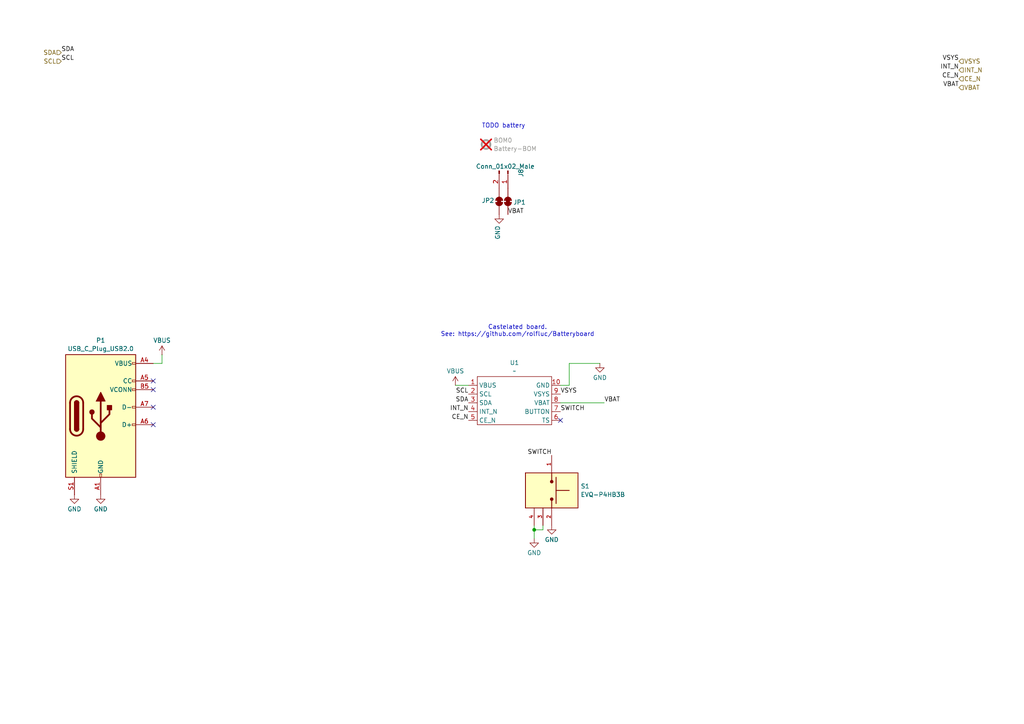
<source format=kicad_sch>
(kicad_sch
	(version 20250114)
	(generator "eeschema")
	(generator_version "9.0")
	(uuid "89f7c9be-46f4-47bb-9c82-ba4ec42a0a2b")
	(paper "A4")
	(lib_symbols
		(symbol "Connector:Conn_01x02_Male"
			(pin_names
				(offset 1.016)
				(hide yes)
			)
			(exclude_from_sim no)
			(in_bom yes)
			(on_board yes)
			(property "Reference" "J"
				(at 0 2.54 0)
				(effects
					(font
						(size 1.27 1.27)
					)
				)
			)
			(property "Value" "Conn_01x02_Male"
				(at 0 -5.08 0)
				(effects
					(font
						(size 1.27 1.27)
					)
				)
			)
			(property "Footprint" ""
				(at 0 0 0)
				(effects
					(font
						(size 1.27 1.27)
					)
					(hide yes)
				)
			)
			(property "Datasheet" "~"
				(at 0 0 0)
				(effects
					(font
						(size 1.27 1.27)
					)
					(hide yes)
				)
			)
			(property "Description" "Generic connector, single row, 01x02, script generated (kicad-library-utils/schlib/autogen/connector/)"
				(at 0 0 0)
				(effects
					(font
						(size 1.27 1.27)
					)
					(hide yes)
				)
			)
			(property "ki_keywords" "connector"
				(at 0 0 0)
				(effects
					(font
						(size 1.27 1.27)
					)
					(hide yes)
				)
			)
			(property "ki_fp_filters" "Connector*:*_1x??_*"
				(at 0 0 0)
				(effects
					(font
						(size 1.27 1.27)
					)
					(hide yes)
				)
			)
			(symbol "Conn_01x02_Male_1_1"
				(rectangle
					(start 0.8636 0.127)
					(end 0 -0.127)
					(stroke
						(width 0.1524)
						(type default)
					)
					(fill
						(type outline)
					)
				)
				(rectangle
					(start 0.8636 -2.413)
					(end 0 -2.667)
					(stroke
						(width 0.1524)
						(type default)
					)
					(fill
						(type outline)
					)
				)
				(polyline
					(pts
						(xy 1.27 0) (xy 0.8636 0)
					)
					(stroke
						(width 0.1524)
						(type default)
					)
					(fill
						(type none)
					)
				)
				(polyline
					(pts
						(xy 1.27 -2.54) (xy 0.8636 -2.54)
					)
					(stroke
						(width 0.1524)
						(type default)
					)
					(fill
						(type none)
					)
				)
				(pin passive line
					(at 5.08 0 180)
					(length 3.81)
					(name "Pin_1"
						(effects
							(font
								(size 1.27 1.27)
							)
						)
					)
					(number "1"
						(effects
							(font
								(size 1.27 1.27)
							)
						)
					)
				)
				(pin passive line
					(at 5.08 -2.54 180)
					(length 3.81)
					(name "Pin_2"
						(effects
							(font
								(size 1.27 1.27)
							)
						)
					)
					(number "2"
						(effects
							(font
								(size 1.27 1.27)
							)
						)
					)
				)
			)
			(embedded_fonts no)
		)
		(symbol "Connector:USB_C_Plug_USB2.0"
			(pin_names
				(offset 1.016)
			)
			(exclude_from_sim no)
			(in_bom yes)
			(on_board yes)
			(property "Reference" "P"
				(at -10.16 19.05 0)
				(effects
					(font
						(size 1.27 1.27)
					)
					(justify left)
				)
			)
			(property "Value" "USB_C_Plug_USB2.0"
				(at 12.7 19.05 0)
				(effects
					(font
						(size 1.27 1.27)
					)
					(justify right)
				)
			)
			(property "Footprint" ""
				(at 3.81 0 0)
				(effects
					(font
						(size 1.27 1.27)
					)
					(hide yes)
				)
			)
			(property "Datasheet" "https://www.usb.org/sites/default/files/documents/usb_type-c.zip"
				(at 3.81 0 0)
				(effects
					(font
						(size 1.27 1.27)
					)
					(hide yes)
				)
			)
			(property "Description" "USB 2.0-only Type-C Plug connector"
				(at 0 0 0)
				(effects
					(font
						(size 1.27 1.27)
					)
					(hide yes)
				)
			)
			(property "ki_keywords" "usb universal serial bus type-C USB2.0"
				(at 0 0 0)
				(effects
					(font
						(size 1.27 1.27)
					)
					(hide yes)
				)
			)
			(property "ki_fp_filters" "USB*C*Plug*"
				(at 0 0 0)
				(effects
					(font
						(size 1.27 1.27)
					)
					(hide yes)
				)
			)
			(symbol "USB_C_Plug_USB2.0_0_0"
				(rectangle
					(start -0.254 -17.78)
					(end 0.254 -16.764)
					(stroke
						(width 0)
						(type default)
					)
					(fill
						(type none)
					)
				)
				(rectangle
					(start 10.16 15.494)
					(end 9.144 14.986)
					(stroke
						(width 0)
						(type default)
					)
					(fill
						(type none)
					)
				)
				(rectangle
					(start 10.16 10.414)
					(end 9.144 9.906)
					(stroke
						(width 0)
						(type default)
					)
					(fill
						(type none)
					)
				)
				(rectangle
					(start 10.16 7.874)
					(end 9.144 7.366)
					(stroke
						(width 0)
						(type default)
					)
					(fill
						(type none)
					)
				)
				(rectangle
					(start 10.16 2.794)
					(end 9.144 2.286)
					(stroke
						(width 0)
						(type default)
					)
					(fill
						(type none)
					)
				)
				(rectangle
					(start 10.16 -2.286)
					(end 9.144 -2.794)
					(stroke
						(width 0)
						(type default)
					)
					(fill
						(type none)
					)
				)
			)
			(symbol "USB_C_Plug_USB2.0_0_1"
				(rectangle
					(start -10.16 17.78)
					(end 10.16 -17.78)
					(stroke
						(width 0.254)
						(type default)
					)
					(fill
						(type background)
					)
				)
				(polyline
					(pts
						(xy -8.89 -3.81) (xy -8.89 3.81)
					)
					(stroke
						(width 0.508)
						(type default)
					)
					(fill
						(type none)
					)
				)
				(rectangle
					(start -7.62 -3.81)
					(end -6.35 3.81)
					(stroke
						(width 0.254)
						(type default)
					)
					(fill
						(type outline)
					)
				)
				(arc
					(start -7.62 3.81)
					(mid -6.985 4.4423)
					(end -6.35 3.81)
					(stroke
						(width 0.254)
						(type default)
					)
					(fill
						(type none)
					)
				)
				(arc
					(start -7.62 3.81)
					(mid -6.985 4.4423)
					(end -6.35 3.81)
					(stroke
						(width 0.254)
						(type default)
					)
					(fill
						(type outline)
					)
				)
				(arc
					(start -8.89 3.81)
					(mid -6.985 5.7067)
					(end -5.08 3.81)
					(stroke
						(width 0.508)
						(type default)
					)
					(fill
						(type none)
					)
				)
				(arc
					(start -5.08 -3.81)
					(mid -6.985 -5.7067)
					(end -8.89 -3.81)
					(stroke
						(width 0.508)
						(type default)
					)
					(fill
						(type none)
					)
				)
				(arc
					(start -6.35 -3.81)
					(mid -6.985 -4.4423)
					(end -7.62 -3.81)
					(stroke
						(width 0.254)
						(type default)
					)
					(fill
						(type none)
					)
				)
				(arc
					(start -6.35 -3.81)
					(mid -6.985 -4.4423)
					(end -7.62 -3.81)
					(stroke
						(width 0.254)
						(type default)
					)
					(fill
						(type outline)
					)
				)
				(polyline
					(pts
						(xy -5.08 3.81) (xy -5.08 -3.81)
					)
					(stroke
						(width 0.508)
						(type default)
					)
					(fill
						(type none)
					)
				)
				(circle
					(center -2.54 1.143)
					(radius 0.635)
					(stroke
						(width 0.254)
						(type default)
					)
					(fill
						(type outline)
					)
				)
				(polyline
					(pts
						(xy -1.27 4.318) (xy 0 6.858) (xy 1.27 4.318) (xy -1.27 4.318)
					)
					(stroke
						(width 0.254)
						(type default)
					)
					(fill
						(type outline)
					)
				)
				(polyline
					(pts
						(xy 0 -2.032) (xy 2.54 0.508) (xy 2.54 1.778)
					)
					(stroke
						(width 0.508)
						(type default)
					)
					(fill
						(type none)
					)
				)
				(polyline
					(pts
						(xy 0 -3.302) (xy -2.54 -0.762) (xy -2.54 0.508)
					)
					(stroke
						(width 0.508)
						(type default)
					)
					(fill
						(type none)
					)
				)
				(polyline
					(pts
						(xy 0 -5.842) (xy 0 4.318)
					)
					(stroke
						(width 0.508)
						(type default)
					)
					(fill
						(type none)
					)
				)
				(circle
					(center 0 -5.842)
					(radius 1.27)
					(stroke
						(width 0)
						(type default)
					)
					(fill
						(type outline)
					)
				)
				(rectangle
					(start 1.905 1.778)
					(end 3.175 3.048)
					(stroke
						(width 0.254)
						(type default)
					)
					(fill
						(type outline)
					)
				)
			)
			(symbol "USB_C_Plug_USB2.0_1_1"
				(pin passive line
					(at -7.62 -22.86 90)
					(length 5.08)
					(name "SHIELD"
						(effects
							(font
								(size 1.27 1.27)
							)
						)
					)
					(number "S1"
						(effects
							(font
								(size 1.27 1.27)
							)
						)
					)
				)
				(pin passive line
					(at 0 -22.86 90)
					(length 5.08)
					(name "GND"
						(effects
							(font
								(size 1.27 1.27)
							)
						)
					)
					(number "A1"
						(effects
							(font
								(size 1.27 1.27)
							)
						)
					)
				)
				(pin passive line
					(at 0 -22.86 90)
					(length 5.08)
					(hide yes)
					(name "GND"
						(effects
							(font
								(size 1.27 1.27)
							)
						)
					)
					(number "A12"
						(effects
							(font
								(size 1.27 1.27)
							)
						)
					)
				)
				(pin passive line
					(at 0 -22.86 90)
					(length 5.08)
					(hide yes)
					(name "GND"
						(effects
							(font
								(size 1.27 1.27)
							)
						)
					)
					(number "B1"
						(effects
							(font
								(size 1.27 1.27)
							)
						)
					)
				)
				(pin passive line
					(at 0 -22.86 90)
					(length 5.08)
					(hide yes)
					(name "GND"
						(effects
							(font
								(size 1.27 1.27)
							)
						)
					)
					(number "B12"
						(effects
							(font
								(size 1.27 1.27)
							)
						)
					)
				)
				(pin passive line
					(at 15.24 15.24 180)
					(length 5.08)
					(name "VBUS"
						(effects
							(font
								(size 1.27 1.27)
							)
						)
					)
					(number "A4"
						(effects
							(font
								(size 1.27 1.27)
							)
						)
					)
				)
				(pin passive line
					(at 15.24 15.24 180)
					(length 5.08)
					(hide yes)
					(name "VBUS"
						(effects
							(font
								(size 1.27 1.27)
							)
						)
					)
					(number "A9"
						(effects
							(font
								(size 1.27 1.27)
							)
						)
					)
				)
				(pin passive line
					(at 15.24 15.24 180)
					(length 5.08)
					(hide yes)
					(name "VBUS"
						(effects
							(font
								(size 1.27 1.27)
							)
						)
					)
					(number "B4"
						(effects
							(font
								(size 1.27 1.27)
							)
						)
					)
				)
				(pin passive line
					(at 15.24 15.24 180)
					(length 5.08)
					(hide yes)
					(name "VBUS"
						(effects
							(font
								(size 1.27 1.27)
							)
						)
					)
					(number "B9"
						(effects
							(font
								(size 1.27 1.27)
							)
						)
					)
				)
				(pin bidirectional line
					(at 15.24 10.16 180)
					(length 5.08)
					(name "CC"
						(effects
							(font
								(size 1.27 1.27)
							)
						)
					)
					(number "A5"
						(effects
							(font
								(size 1.27 1.27)
							)
						)
					)
				)
				(pin bidirectional line
					(at 15.24 7.62 180)
					(length 5.08)
					(name "VCONN"
						(effects
							(font
								(size 1.27 1.27)
							)
						)
					)
					(number "B5"
						(effects
							(font
								(size 1.27 1.27)
							)
						)
					)
				)
				(pin bidirectional line
					(at 15.24 2.54 180)
					(length 5.08)
					(name "D-"
						(effects
							(font
								(size 1.27 1.27)
							)
						)
					)
					(number "A7"
						(effects
							(font
								(size 1.27 1.27)
							)
						)
					)
				)
				(pin bidirectional line
					(at 15.24 -2.54 180)
					(length 5.08)
					(name "D+"
						(effects
							(font
								(size 1.27 1.27)
							)
						)
					)
					(number "A6"
						(effects
							(font
								(size 1.27 1.27)
							)
						)
					)
				)
			)
			(embedded_fonts no)
		)
		(symbol "Jumper:SolderJumper_2_Bridged"
			(pin_numbers
				(hide yes)
			)
			(pin_names
				(offset 0)
				(hide yes)
			)
			(exclude_from_sim no)
			(in_bom no)
			(on_board yes)
			(property "Reference" "JP"
				(at 0 2.032 0)
				(effects
					(font
						(size 1.27 1.27)
					)
				)
			)
			(property "Value" "SolderJumper_2_Bridged"
				(at 0 -2.54 0)
				(effects
					(font
						(size 1.27 1.27)
					)
				)
			)
			(property "Footprint" ""
				(at 0 0 0)
				(effects
					(font
						(size 1.27 1.27)
					)
					(hide yes)
				)
			)
			(property "Datasheet" "~"
				(at 0 0 0)
				(effects
					(font
						(size 1.27 1.27)
					)
					(hide yes)
				)
			)
			(property "Description" "Solder Jumper, 2-pole, closed/bridged"
				(at 0 0 0)
				(effects
					(font
						(size 1.27 1.27)
					)
					(hide yes)
				)
			)
			(property "ki_keywords" "solder jumper SPST"
				(at 0 0 0)
				(effects
					(font
						(size 1.27 1.27)
					)
					(hide yes)
				)
			)
			(property "ki_fp_filters" "SolderJumper*Bridged*"
				(at 0 0 0)
				(effects
					(font
						(size 1.27 1.27)
					)
					(hide yes)
				)
			)
			(symbol "SolderJumper_2_Bridged_0_1"
				(rectangle
					(start -0.508 0.508)
					(end 0.508 -0.508)
					(stroke
						(width 0)
						(type default)
					)
					(fill
						(type outline)
					)
				)
				(polyline
					(pts
						(xy -0.254 1.016) (xy -0.254 -1.016)
					)
					(stroke
						(width 0)
						(type default)
					)
					(fill
						(type none)
					)
				)
				(arc
					(start -0.254 -1.016)
					(mid -1.2656 0)
					(end -0.254 1.016)
					(stroke
						(width 0)
						(type default)
					)
					(fill
						(type none)
					)
				)
				(arc
					(start -0.254 -1.016)
					(mid -1.2656 0)
					(end -0.254 1.016)
					(stroke
						(width 0)
						(type default)
					)
					(fill
						(type outline)
					)
				)
				(arc
					(start 0.254 1.016)
					(mid 1.2656 0)
					(end 0.254 -1.016)
					(stroke
						(width 0)
						(type default)
					)
					(fill
						(type none)
					)
				)
				(arc
					(start 0.254 1.016)
					(mid 1.2656 0)
					(end 0.254 -1.016)
					(stroke
						(width 0)
						(type default)
					)
					(fill
						(type outline)
					)
				)
				(polyline
					(pts
						(xy 0.254 1.016) (xy 0.254 -1.016)
					)
					(stroke
						(width 0)
						(type default)
					)
					(fill
						(type none)
					)
				)
			)
			(symbol "SolderJumper_2_Bridged_1_1"
				(pin passive line
					(at -3.81 0 0)
					(length 2.54)
					(name "A"
						(effects
							(font
								(size 1.27 1.27)
							)
						)
					)
					(number "1"
						(effects
							(font
								(size 1.27 1.27)
							)
						)
					)
				)
				(pin passive line
					(at 3.81 0 180)
					(length 2.54)
					(name "B"
						(effects
							(font
								(size 1.27 1.27)
							)
						)
					)
					(number "2"
						(effects
							(font
								(size 1.27 1.27)
							)
						)
					)
				)
			)
			(embedded_fonts no)
		)
		(symbol "Mechanical:Fiducial"
			(exclude_from_sim no)
			(in_bom no)
			(on_board yes)
			(property "Reference" "FID"
				(at 0 5.08 0)
				(effects
					(font
						(size 1.27 1.27)
					)
				)
			)
			(property "Value" "Fiducial"
				(at 0 3.175 0)
				(effects
					(font
						(size 1.27 1.27)
					)
				)
			)
			(property "Footprint" ""
				(at 0 0 0)
				(effects
					(font
						(size 1.27 1.27)
					)
					(hide yes)
				)
			)
			(property "Datasheet" "~"
				(at 0 0 0)
				(effects
					(font
						(size 1.27 1.27)
					)
					(hide yes)
				)
			)
			(property "Description" "Fiducial Marker"
				(at 0 0 0)
				(effects
					(font
						(size 1.27 1.27)
					)
					(hide yes)
				)
			)
			(property "ki_keywords" "fiducial marker"
				(at 0 0 0)
				(effects
					(font
						(size 1.27 1.27)
					)
					(hide yes)
				)
			)
			(property "ki_fp_filters" "Fiducial*"
				(at 0 0 0)
				(effects
					(font
						(size 1.27 1.27)
					)
					(hide yes)
				)
			)
			(symbol "Fiducial_0_1"
				(circle
					(center 0 0)
					(radius 1.27)
					(stroke
						(width 0.508)
						(type default)
					)
					(fill
						(type background)
					)
				)
			)
			(embedded_fonts no)
		)
		(symbol "New_Library:EVQ-P4HB3B"
			(pin_names
				(offset 1.016)
			)
			(exclude_from_sim no)
			(in_bom yes)
			(on_board yes)
			(property "Reference" "S"
				(at -5.08 8.89 0)
				(effects
					(font
						(size 1.27 1.27)
					)
					(justify left bottom)
				)
			)
			(property "Value" "EVQ-P4HB3B"
				(at -5.08 -10.16 0)
				(effects
					(font
						(size 1.27 1.27)
					)
					(justify left bottom)
				)
			)
			(property "Footprint" "EVQ-P4HB3B:SW_EVQ-P4HB3B"
				(at 0 0 0)
				(effects
					(font
						(size 1.27 1.27)
					)
					(justify bottom)
					(hide yes)
				)
			)
			(property "Datasheet" ""
				(at 0 0 0)
				(effects
					(font
						(size 1.27 1.27)
					)
					(hide yes)
				)
			)
			(property "Description" ""
				(at 0 0 0)
				(effects
					(font
						(size 1.27 1.27)
					)
					(hide yes)
				)
			)
			(property "PARTREV" "N/A"
				(at 0 0 0)
				(effects
					(font
						(size 1.27 1.27)
					)
					(justify bottom)
					(hide yes)
				)
			)
			(property "MANUFACTURER" "Panasonic"
				(at 0 0 0)
				(effects
					(font
						(size 1.27 1.27)
					)
					(justify bottom)
					(hide yes)
				)
			)
			(property "MAXIMUM_PACKAGE_HEIGHT" "1.45 mm"
				(at 0 0 0)
				(effects
					(font
						(size 1.27 1.27)
					)
					(justify bottom)
					(hide yes)
				)
			)
			(property "STANDARD" "Manufacturer Recommendations"
				(at 0 0 0)
				(effects
					(font
						(size 1.27 1.27)
					)
					(justify bottom)
					(hide yes)
				)
			)
			(symbol "EVQ-P4HB3B_0_0"
				(rectangle
					(start -5.08 -7.62)
					(end 5.08 7.62)
					(stroke
						(width 0.254)
						(type default)
					)
					(fill
						(type background)
					)
				)
				(polyline
					(pts
						(xy -3.81 1.27) (xy 0 1.27)
					)
					(stroke
						(width 0.254)
						(type default)
					)
					(fill
						(type none)
					)
				)
				(circle
					(center -2.54 0)
					(radius 0.254)
					(stroke
						(width 0.508)
						(type default)
					)
					(fill
						(type none)
					)
				)
				(polyline
					(pts
						(xy -2.54 0) (xy -5.08 0)
					)
					(stroke
						(width 0.254)
						(type default)
					)
					(fill
						(type none)
					)
				)
				(polyline
					(pts
						(xy 0 1.27) (xy 0 5.08)
					)
					(stroke
						(width 0.254)
						(type default)
					)
					(fill
						(type none)
					)
				)
				(polyline
					(pts
						(xy 0 1.27) (xy 3.81 1.27)
					)
					(stroke
						(width 0.254)
						(type default)
					)
					(fill
						(type none)
					)
				)
				(polyline
					(pts
						(xy 2.54 0) (xy 5.08 0)
					)
					(stroke
						(width 0.254)
						(type default)
					)
					(fill
						(type none)
					)
				)
				(circle
					(center 2.54 0)
					(radius 0.254)
					(stroke
						(width 0.508)
						(type default)
					)
					(fill
						(type none)
					)
				)
				(pin passive line
					(at -10.16 0 0)
					(length 5.08)
					(name "~"
						(effects
							(font
								(size 1.016 1.016)
							)
						)
					)
					(number "1"
						(effects
							(font
								(size 1.016 1.016)
							)
						)
					)
				)
				(pin passive line
					(at 10.16 0 180)
					(length 5.08)
					(name "~"
						(effects
							(font
								(size 1.016 1.016)
							)
						)
					)
					(number "2"
						(effects
							(font
								(size 1.016 1.016)
							)
						)
					)
				)
				(pin passive line
					(at 10.16 -2.54 180)
					(length 5.08)
					(name "~"
						(effects
							(font
								(size 1.016 1.016)
							)
						)
					)
					(number "3"
						(effects
							(font
								(size 1.016 1.016)
							)
						)
					)
				)
				(pin passive line
					(at 10.16 -5.08 180)
					(length 5.08)
					(name "~"
						(effects
							(font
								(size 1.016 1.016)
							)
						)
					)
					(number "4"
						(effects
							(font
								(size 1.016 1.016)
							)
						)
					)
				)
			)
			(embedded_fonts no)
		)
		(symbol "New_Library:bq_castelated"
			(exclude_from_sim no)
			(in_bom yes)
			(on_board yes)
			(property "Reference" "U"
				(at -9.144 19.05 0)
				(effects
					(font
						(size 1.27 1.27)
					)
				)
			)
			(property "Value" ""
				(at 0 0 0)
				(effects
					(font
						(size 1.27 1.27)
					)
				)
			)
			(property "Footprint" ""
				(at 0 0 0)
				(effects
					(font
						(size 1.27 1.27)
					)
					(hide yes)
				)
			)
			(property "Datasheet" ""
				(at 0 0 0)
				(effects
					(font
						(size 1.27 1.27)
					)
					(hide yes)
				)
			)
			(property "Description" ""
				(at 0 0 0)
				(effects
					(font
						(size 1.27 1.27)
					)
					(hide yes)
				)
			)
			(symbol "bq_castelated_0_0"
				(pin power_in line
					(at -22.86 15.24 0)
					(length 2.54)
					(name "VBUS"
						(effects
							(font
								(size 1.27 1.27)
							)
						)
					)
					(number "1"
						(effects
							(font
								(size 1.27 1.27)
							)
						)
					)
				)
				(pin bidirectional line
					(at -22.86 12.7 0)
					(length 2.54)
					(name "SCL"
						(effects
							(font
								(size 1.27 1.27)
							)
						)
					)
					(number "2"
						(effects
							(font
								(size 1.27 1.27)
							)
						)
					)
				)
				(pin bidirectional line
					(at -22.86 10.16 0)
					(length 2.54)
					(name "SDA"
						(effects
							(font
								(size 1.27 1.27)
							)
						)
					)
					(number "3"
						(effects
							(font
								(size 1.27 1.27)
							)
						)
					)
				)
				(pin output line
					(at -22.86 7.62 0)
					(length 2.54)
					(name "INT_N"
						(effects
							(font
								(size 1.27 1.27)
							)
						)
					)
					(number "4"
						(effects
							(font
								(size 1.27 1.27)
							)
						)
					)
				)
				(pin output line
					(at -22.86 5.08 0)
					(length 2.54)
					(name "CE_N"
						(effects
							(font
								(size 1.27 1.27)
							)
						)
					)
					(number "5"
						(effects
							(font
								(size 1.27 1.27)
							)
						)
					)
				)
				(pin power_in line
					(at 3.81 15.24 180)
					(length 2.54)
					(name "GND"
						(effects
							(font
								(size 1.27 1.27)
							)
						)
					)
					(number "10"
						(effects
							(font
								(size 1.27 1.27)
							)
						)
					)
				)
				(pin power_out line
					(at 3.81 12.7 180)
					(length 2.54)
					(name "VSYS"
						(effects
							(font
								(size 1.27 1.27)
							)
						)
					)
					(number "9"
						(effects
							(font
								(size 1.27 1.27)
							)
						)
					)
				)
				(pin power_in line
					(at 3.81 10.16 180)
					(length 2.54)
					(name "VBAT"
						(effects
							(font
								(size 1.27 1.27)
							)
						)
					)
					(number "8"
						(effects
							(font
								(size 1.27 1.27)
							)
						)
					)
				)
				(pin input line
					(at 3.81 7.62 180)
					(length 2.54)
					(name "BUTTON"
						(effects
							(font
								(size 1.27 1.27)
							)
						)
					)
					(number "7"
						(effects
							(font
								(size 1.27 1.27)
							)
						)
					)
				)
				(pin bidirectional line
					(at 3.81 5.08 180)
					(length 2.54)
					(name "TS"
						(effects
							(font
								(size 1.27 1.27)
							)
						)
					)
					(number "6"
						(effects
							(font
								(size 1.27 1.27)
							)
						)
					)
				)
			)
			(symbol "bq_castelated_0_1"
				(rectangle
					(start -20.32 17.78)
					(end 1.27 3.81)
					(stroke
						(width 0)
						(type default)
					)
					(fill
						(type none)
					)
				)
			)
			(embedded_fonts no)
		)
		(symbol "power:GND"
			(power)
			(pin_numbers
				(hide yes)
			)
			(pin_names
				(offset 0)
				(hide yes)
			)
			(exclude_from_sim no)
			(in_bom yes)
			(on_board yes)
			(property "Reference" "#PWR"
				(at 0 -6.35 0)
				(effects
					(font
						(size 1.27 1.27)
					)
					(hide yes)
				)
			)
			(property "Value" "GND"
				(at 0 -3.81 0)
				(effects
					(font
						(size 1.27 1.27)
					)
				)
			)
			(property "Footprint" ""
				(at 0 0 0)
				(effects
					(font
						(size 1.27 1.27)
					)
					(hide yes)
				)
			)
			(property "Datasheet" ""
				(at 0 0 0)
				(effects
					(font
						(size 1.27 1.27)
					)
					(hide yes)
				)
			)
			(property "Description" "Power symbol creates a global label with name \"GND\" , ground"
				(at 0 0 0)
				(effects
					(font
						(size 1.27 1.27)
					)
					(hide yes)
				)
			)
			(property "ki_keywords" "global power"
				(at 0 0 0)
				(effects
					(font
						(size 1.27 1.27)
					)
					(hide yes)
				)
			)
			(symbol "GND_0_1"
				(polyline
					(pts
						(xy 0 0) (xy 0 -1.27) (xy 1.27 -1.27) (xy 0 -2.54) (xy -1.27 -1.27) (xy 0 -1.27)
					)
					(stroke
						(width 0)
						(type default)
					)
					(fill
						(type none)
					)
				)
			)
			(symbol "GND_1_1"
				(pin power_in line
					(at 0 0 270)
					(length 0)
					(name "~"
						(effects
							(font
								(size 1.27 1.27)
							)
						)
					)
					(number "1"
						(effects
							(font
								(size 1.27 1.27)
							)
						)
					)
				)
			)
			(embedded_fonts no)
		)
		(symbol "power:VBUS"
			(power)
			(pin_numbers
				(hide yes)
			)
			(pin_names
				(offset 0)
				(hide yes)
			)
			(exclude_from_sim no)
			(in_bom yes)
			(on_board yes)
			(property "Reference" "#PWR"
				(at 0 -3.81 0)
				(effects
					(font
						(size 1.27 1.27)
					)
					(hide yes)
				)
			)
			(property "Value" "VBUS"
				(at 0 3.556 0)
				(effects
					(font
						(size 1.27 1.27)
					)
				)
			)
			(property "Footprint" ""
				(at 0 0 0)
				(effects
					(font
						(size 1.27 1.27)
					)
					(hide yes)
				)
			)
			(property "Datasheet" ""
				(at 0 0 0)
				(effects
					(font
						(size 1.27 1.27)
					)
					(hide yes)
				)
			)
			(property "Description" "Power symbol creates a global label with name \"VBUS\""
				(at 0 0 0)
				(effects
					(font
						(size 1.27 1.27)
					)
					(hide yes)
				)
			)
			(property "ki_keywords" "global power"
				(at 0 0 0)
				(effects
					(font
						(size 1.27 1.27)
					)
					(hide yes)
				)
			)
			(symbol "VBUS_0_1"
				(polyline
					(pts
						(xy -0.762 1.27) (xy 0 2.54)
					)
					(stroke
						(width 0)
						(type default)
					)
					(fill
						(type none)
					)
				)
				(polyline
					(pts
						(xy 0 2.54) (xy 0.762 1.27)
					)
					(stroke
						(width 0)
						(type default)
					)
					(fill
						(type none)
					)
				)
				(polyline
					(pts
						(xy 0 0) (xy 0 2.54)
					)
					(stroke
						(width 0)
						(type default)
					)
					(fill
						(type none)
					)
				)
			)
			(symbol "VBUS_1_1"
				(pin power_in line
					(at 0 0 90)
					(length 0)
					(name "~"
						(effects
							(font
								(size 1.27 1.27)
							)
						)
					)
					(number "1"
						(effects
							(font
								(size 1.27 1.27)
							)
						)
					)
				)
			)
			(embedded_fonts no)
		)
	)
	(text "TODO battery"
		(exclude_from_sim no)
		(at 146.05 36.576 0)
		(effects
			(font
				(size 1.27 1.27)
			)
		)
		(uuid "5f0e1ba6-aa22-4b11-9eb0-99acfca884f0")
	)
	(text "Castelated board.\nSee: https://github.com/rolfluc/Batteryboard"
		(exclude_from_sim no)
		(at 150.114 96.012 0)
		(effects
			(font
				(size 1.27 1.27)
			)
		)
		(uuid "e117d025-5b37-47c4-b5a1-4112ca4f0218")
	)
	(junction
		(at 154.94 153.67)
		(diameter 0)
		(color 0 0 0 0)
		(uuid "9f2712ec-b0de-4195-9b76-9396b2dbc179")
	)
	(no_connect
		(at 44.45 110.49)
		(uuid "1003b930-a21c-42b6-9879-562f1fac8178")
	)
	(no_connect
		(at 44.45 123.19)
		(uuid "37e3b8fc-8706-4153-9b5a-3ce8dfa97625")
	)
	(no_connect
		(at 162.56 121.92)
		(uuid "5e4bf583-93e1-4ef6-9d18-b25b5fcc2905")
	)
	(no_connect
		(at 44.45 118.11)
		(uuid "a1dbae2e-1206-4a56-ab3d-5cde85f0fea7")
	)
	(no_connect
		(at 44.45 113.03)
		(uuid "be6930ba-cccb-438c-bf60-70951ea7f062")
	)
	(wire
		(pts
			(xy 165.1 111.76) (xy 165.1 105.41)
		)
		(stroke
			(width 0)
			(type default)
		)
		(uuid "0dc1e039-5381-42d7-97ba-6351ec130801")
	)
	(wire
		(pts
			(xy 157.48 152.4) (xy 157.48 153.67)
		)
		(stroke
			(width 0)
			(type default)
		)
		(uuid "360fb6e9-cb9e-4e0c-900a-a900986269ab")
	)
	(wire
		(pts
			(xy 132.08 111.76) (xy 135.89 111.76)
		)
		(stroke
			(width 0)
			(type default)
		)
		(uuid "3d18fde0-6e75-477c-9a66-5ca26f928651")
	)
	(wire
		(pts
			(xy 154.94 153.67) (xy 154.94 152.4)
		)
		(stroke
			(width 0)
			(type default)
		)
		(uuid "790a6e49-cf1f-4f7a-ab8e-3c49db6a752d")
	)
	(wire
		(pts
			(xy 154.94 156.21) (xy 154.94 153.67)
		)
		(stroke
			(width 0)
			(type default)
		)
		(uuid "869d3eac-135c-45de-8d3e-dccfff6c87f6")
	)
	(wire
		(pts
			(xy 44.45 105.41) (xy 46.99 105.41)
		)
		(stroke
			(width 0)
			(type default)
		)
		(uuid "8baa29da-a22d-449e-8c36-a91513c4c9bb")
	)
	(wire
		(pts
			(xy 165.1 105.41) (xy 173.99 105.41)
		)
		(stroke
			(width 0)
			(type default)
		)
		(uuid "b5c5a5dc-d80d-456f-b0a1-d6aa4f61c9fe")
	)
	(wire
		(pts
			(xy 157.48 153.67) (xy 154.94 153.67)
		)
		(stroke
			(width 0)
			(type default)
		)
		(uuid "c592de74-8867-4fc4-9463-6cfea2cbfed9")
	)
	(wire
		(pts
			(xy 46.99 105.41) (xy 46.99 102.87)
		)
		(stroke
			(width 0)
			(type default)
		)
		(uuid "d1190d7d-92bf-4030-bf20-1d9f8d3d1260")
	)
	(wire
		(pts
			(xy 162.56 116.84) (xy 175.26 116.84)
		)
		(stroke
			(width 0)
			(type default)
		)
		(uuid "e1caadba-f7e3-4909-8878-5d8f69c8c937")
	)
	(wire
		(pts
			(xy 162.56 111.76) (xy 165.1 111.76)
		)
		(stroke
			(width 0)
			(type default)
		)
		(uuid "f7b80055-1681-4386-ba8c-21bdbdd72f19")
	)
	(label "VBAT"
		(at 175.26 116.84 0)
		(effects
			(font
				(size 1.27 1.27)
			)
			(justify left bottom)
		)
		(uuid "0fd808c4-a648-477d-b30e-41adaf976b9a")
	)
	(label "VBAT"
		(at 278.13 25.4 180)
		(effects
			(font
				(size 1.27 1.27)
			)
			(justify right bottom)
		)
		(uuid "11c1983e-f47c-42f5-9ced-8b5f829ef801")
	)
	(label "INT_N"
		(at 135.89 119.38 180)
		(effects
			(font
				(size 1.27 1.27)
			)
			(justify right bottom)
		)
		(uuid "1603f076-a575-49a7-af79-6f4f67a52705")
	)
	(label "SCL"
		(at 17.78 17.78 0)
		(effects
			(font
				(size 1.27 1.27)
			)
			(justify left bottom)
		)
		(uuid "43b4e80b-97fe-482a-89d0-c7191279041e")
	)
	(label "SDA"
		(at 135.89 116.84 180)
		(effects
			(font
				(size 1.27 1.27)
			)
			(justify right bottom)
		)
		(uuid "4424d055-3cc9-4f5b-9c0e-29e7c46e47ee")
	)
	(label "SDA"
		(at 17.78 15.24 0)
		(effects
			(font
				(size 1.27 1.27)
			)
			(justify left bottom)
		)
		(uuid "4c4ecfcd-f0c9-45e9-987e-08277e2133a1")
	)
	(label "SWITCH"
		(at 160.02 132.08 180)
		(effects
			(font
				(size 1.27 1.27)
			)
			(justify right bottom)
		)
		(uuid "582304fb-57cf-4b3c-82e1-0ae76681391c")
	)
	(label "SCL"
		(at 135.89 114.3 180)
		(effects
			(font
				(size 1.27 1.27)
			)
			(justify right bottom)
		)
		(uuid "5fda5e0b-4d2f-42b5-b26f-b9501f50ed0f")
	)
	(label "SWITCH"
		(at 162.56 119.38 0)
		(effects
			(font
				(size 1.27 1.27)
			)
			(justify left bottom)
		)
		(uuid "6ae0fc33-d3a2-4b0e-8d33-441109364303")
	)
	(label "VSYS"
		(at 162.56 114.3 0)
		(effects
			(font
				(size 1.27 1.27)
			)
			(justify left bottom)
		)
		(uuid "70f5b538-8703-4935-89ae-be20ac9f8ed7")
	)
	(label "VSYS"
		(at 278.13 17.78 180)
		(effects
			(font
				(size 1.27 1.27)
			)
			(justify right bottom)
		)
		(uuid "8ad7960d-eee6-400a-b788-6d781acdee21")
	)
	(label "VBAT"
		(at 147.32 62.23 0)
		(effects
			(font
				(size 1.27 1.27)
			)
			(justify left bottom)
		)
		(uuid "90d16bc4-a0ec-4be7-b527-10ca1d057482")
	)
	(label "CE_N"
		(at 278.13 22.86 180)
		(effects
			(font
				(size 1.27 1.27)
			)
			(justify right bottom)
		)
		(uuid "c75a1147-dff8-4a15-ab77-c1cbbb3c21f3")
	)
	(label "INT_N"
		(at 278.13 20.32 180)
		(effects
			(font
				(size 1.27 1.27)
			)
			(justify right bottom)
		)
		(uuid "c7a05a0a-46f6-4a74-be20-66a751c56234")
	)
	(label "CE_N"
		(at 135.89 121.92 180)
		(effects
			(font
				(size 1.27 1.27)
			)
			(justify right bottom)
		)
		(uuid "cb04b1fc-16e0-42cb-91ad-fa81838fc7ea")
	)
	(hierarchical_label "VSYS"
		(shape input)
		(at 278.13 17.78 0)
		(effects
			(font
				(size 1.27 1.27)
			)
			(justify left)
		)
		(uuid "1f8473b3-2aa7-4857-b26b-99f2c672df7c")
	)
	(hierarchical_label "CE_N"
		(shape input)
		(at 278.13 22.86 0)
		(effects
			(font
				(size 1.27 1.27)
			)
			(justify left)
		)
		(uuid "3d752f4b-e98b-49d8-a958-f10802167e03")
	)
	(hierarchical_label "SDA"
		(shape input)
		(at 17.78 15.24 180)
		(effects
			(font
				(size 1.27 1.27)
			)
			(justify right)
		)
		(uuid "50deeb25-b3c5-4dbe-8adc-8e1fb95aa2f6")
	)
	(hierarchical_label "SCL"
		(shape input)
		(at 17.78 17.78 180)
		(effects
			(font
				(size 1.27 1.27)
			)
			(justify right)
		)
		(uuid "5cf3ed0a-5b5b-4b59-92b9-000fc9caa6f5")
	)
	(hierarchical_label "INT_N"
		(shape input)
		(at 278.13 20.32 0)
		(effects
			(font
				(size 1.27 1.27)
			)
			(justify left)
		)
		(uuid "e4716b09-3d30-4215-b581-cdf553e8e156")
	)
	(hierarchical_label "VBAT"
		(shape input)
		(at 278.13 25.4 0)
		(effects
			(font
				(size 1.27 1.27)
			)
			(justify left)
		)
		(uuid "faca0104-5aca-476a-9e73-71cb41d69ef3")
	)
	(symbol
		(lib_id "Connector:Conn_01x02_Male")
		(at 147.32 49.53 270)
		(unit 1)
		(exclude_from_sim no)
		(in_bom yes)
		(on_board yes)
		(dnp no)
		(uuid "00cb4915-49a1-4cd2-9651-6099a363f8f8")
		(property "Reference" "J8"
			(at 151.096 50.165 0)
			(effects
				(font
					(size 1.27 1.27)
				)
			)
		)
		(property "Value" "Conn_01x02_Male"
			(at 146.558 48.26 90)
			(effects
				(font
					(size 1.27 1.27)
				)
			)
		)
		(property "Footprint" "Connector_JST:JST_PH_B2B-PH-K_1x02_P2.00mm_Vertical"
			(at 147.32 49.53 0)
			(effects
				(font
					(size 1.27 1.27)
				)
				(hide yes)
			)
		)
		(property "Datasheet" "~"
			(at 147.32 49.53 0)
			(effects
				(font
					(size 1.27 1.27)
				)
				(hide yes)
			)
		)
		(property "Description" ""
			(at 147.32 49.53 0)
			(effects
				(font
					(size 1.27 1.27)
				)
				(hide yes)
			)
		)
		(pin "1"
			(uuid "e2a9e779-b23f-435a-8c48-55e9a53ff021")
		)
		(pin "2"
			(uuid "0e9db30f-0959-4c20-a7e0-b6c46fcf0ef9")
		)
		(instances
			(project "tamagotchi"
				(path "/47ffaef6-4682-4a87-a393-bad1a10963be/0f9f9e1b-dcd6-4194-955e-d48be8be13d1"
					(reference "J8")
					(unit 1)
				)
			)
		)
	)
	(symbol
		(lib_id "power:GND")
		(at 173.99 105.41 0)
		(unit 1)
		(exclude_from_sim no)
		(in_bom yes)
		(on_board yes)
		(dnp no)
		(fields_autoplaced yes)
		(uuid "0f340a50-d5c2-411d-adcf-6efc0c1417cf")
		(property "Reference" "#PWR04"
			(at 173.99 111.76 0)
			(effects
				(font
					(size 1.27 1.27)
				)
				(hide yes)
			)
		)
		(property "Value" "GND"
			(at 173.99 109.5431 0)
			(effects
				(font
					(size 1.27 1.27)
				)
			)
		)
		(property "Footprint" ""
			(at 173.99 105.41 0)
			(effects
				(font
					(size 1.27 1.27)
				)
				(hide yes)
			)
		)
		(property "Datasheet" ""
			(at 173.99 105.41 0)
			(effects
				(font
					(size 1.27 1.27)
				)
				(hide yes)
			)
		)
		(property "Description" "Power symbol creates a global label with name \"GND\" , ground"
			(at 173.99 105.41 0)
			(effects
				(font
					(size 1.27 1.27)
				)
				(hide yes)
			)
		)
		(pin "1"
			(uuid "bbe867e6-bd52-44ab-bcee-97bafcf90494")
		)
		(instances
			(project ""
				(path "/47ffaef6-4682-4a87-a393-bad1a10963be/0f9f9e1b-dcd6-4194-955e-d48be8be13d1"
					(reference "#PWR04")
					(unit 1)
				)
			)
		)
	)
	(symbol
		(lib_id "New_Library:EVQ-P4HB3B")
		(at 160.02 142.24 270)
		(unit 1)
		(exclude_from_sim no)
		(in_bom yes)
		(on_board yes)
		(dnp no)
		(fields_autoplaced yes)
		(uuid "0f74cbc4-538e-46ba-96a0-dd10778a2400")
		(property "Reference" "S1"
			(at 168.402 141.0278 90)
			(effects
				(font
					(size 1.27 1.27)
				)
				(justify left)
			)
		)
		(property "Value" "EVQ-P4HB3B"
			(at 168.402 143.4521 90)
			(effects
				(font
					(size 1.27 1.27)
				)
				(justify left)
			)
		)
		(property "Footprint" "Library:SW_EVQ-P4HB3B"
			(at 160.02 142.24 0)
			(effects
				(font
					(size 1.27 1.27)
				)
				(justify bottom)
				(hide yes)
			)
		)
		(property "Datasheet" ""
			(at 160.02 142.24 0)
			(effects
				(font
					(size 1.27 1.27)
				)
				(hide yes)
			)
		)
		(property "Description" ""
			(at 160.02 142.24 0)
			(effects
				(font
					(size 1.27 1.27)
				)
				(hide yes)
			)
		)
		(property "PARTREV" "N/A"
			(at 160.02 142.24 0)
			(effects
				(font
					(size 1.27 1.27)
				)
				(justify bottom)
				(hide yes)
			)
		)
		(property "MANUFACTURER" "Panasonic"
			(at 160.02 142.24 0)
			(effects
				(font
					(size 1.27 1.27)
				)
				(justify bottom)
				(hide yes)
			)
		)
		(property "MAXIMUM_PACKAGE_HEIGHT" "1.45 mm"
			(at 160.02 142.24 0)
			(effects
				(font
					(size 1.27 1.27)
				)
				(justify bottom)
				(hide yes)
			)
		)
		(property "STANDARD" "Manufacturer Recommendations"
			(at 160.02 142.24 0)
			(effects
				(font
					(size 1.27 1.27)
				)
				(justify bottom)
				(hide yes)
			)
		)
		(pin "1"
			(uuid "024f079f-0c0b-4d3f-af27-844bb641ec7b")
		)
		(pin "4"
			(uuid "2982c8ee-801a-4604-9cef-c77497963885")
		)
		(pin "2"
			(uuid "c682f689-e9d1-4a8c-9070-31bcb2dd9573")
		)
		(pin "3"
			(uuid "bb61b792-d450-4f5f-9e4f-285dc6f8b71e")
		)
		(instances
			(project ""
				(path "/47ffaef6-4682-4a87-a393-bad1a10963be/0f9f9e1b-dcd6-4194-955e-d48be8be13d1"
					(reference "S1")
					(unit 1)
				)
			)
		)
	)
	(symbol
		(lib_id "power:VBUS")
		(at 132.08 111.76 0)
		(unit 1)
		(exclude_from_sim no)
		(in_bom yes)
		(on_board yes)
		(dnp no)
		(fields_autoplaced yes)
		(uuid "131295c7-cbb4-4257-b199-0845e2ea3f07")
		(property "Reference" "#PWR047"
			(at 132.08 115.57 0)
			(effects
				(font
					(size 1.27 1.27)
				)
				(hide yes)
			)
		)
		(property "Value" "VBUS"
			(at 132.08 107.6269 0)
			(effects
				(font
					(size 1.27 1.27)
				)
			)
		)
		(property "Footprint" ""
			(at 132.08 111.76 0)
			(effects
				(font
					(size 1.27 1.27)
				)
				(hide yes)
			)
		)
		(property "Datasheet" ""
			(at 132.08 111.76 0)
			(effects
				(font
					(size 1.27 1.27)
				)
				(hide yes)
			)
		)
		(property "Description" "Power symbol creates a global label with name \"VBUS\""
			(at 132.08 111.76 0)
			(effects
				(font
					(size 1.27 1.27)
				)
				(hide yes)
			)
		)
		(pin "1"
			(uuid "fb78d6b9-0c3f-4b90-868c-c0e96232a4df")
		)
		(instances
			(project "tamagotchi"
				(path "/47ffaef6-4682-4a87-a393-bad1a10963be/0f9f9e1b-dcd6-4194-955e-d48be8be13d1"
					(reference "#PWR047")
					(unit 1)
				)
			)
		)
	)
	(symbol
		(lib_id "New_Library:bq_castelated")
		(at 158.75 127 0)
		(unit 1)
		(exclude_from_sim no)
		(in_bom yes)
		(on_board yes)
		(dnp no)
		(fields_autoplaced yes)
		(uuid "3317f8af-ed89-4c5c-a492-eb3f7532873b")
		(property "Reference" "U1"
			(at 149.225 105.2025 0)
			(effects
				(font
					(size 1.27 1.27)
				)
			)
		)
		(property "Value" "~"
			(at 149.225 107.6268 0)
			(effects
				(font
					(size 1.27 1.27)
				)
			)
		)
		(property "Footprint" "Library:BatteryBoard"
			(at 158.75 127 0)
			(effects
				(font
					(size 1.27 1.27)
				)
				(hide yes)
			)
		)
		(property "Datasheet" ""
			(at 158.75 127 0)
			(effects
				(font
					(size 1.27 1.27)
				)
				(hide yes)
			)
		)
		(property "Description" ""
			(at 158.75 127 0)
			(effects
				(font
					(size 1.27 1.27)
				)
				(hide yes)
			)
		)
		(property "DigikeyLink" ""
			(at 158.75 127 0)
			(effects
				(font
					(size 1.27 1.27)
				)
				(hide yes)
			)
		)
		(property "MPN" ""
			(at 158.75 127 0)
			(effects
				(font
					(size 1.27 1.27)
				)
				(hide yes)
			)
		)
		(pin "7"
			(uuid "6cd1eb88-6a5e-408c-a519-f5b3cab38711")
		)
		(pin "2"
			(uuid "3e5e20d2-6694-4501-bdbc-7c338a567c4e")
		)
		(pin "9"
			(uuid "6e35ea45-7e13-411e-b63a-cda0cf7e83f1")
		)
		(pin "6"
			(uuid "7ed5ea14-056b-4a38-a245-e5d9741d6231")
		)
		(pin "1"
			(uuid "38b9d69a-1b29-4492-b3c5-25f85d4a1447")
		)
		(pin "5"
			(uuid "2a5e8450-273b-4d67-9178-21c83137e150")
		)
		(pin "3"
			(uuid "a2e92bcd-3a3f-4a5c-96b5-decff7b85ca1")
		)
		(pin "4"
			(uuid "78720e89-1f7e-4dba-8d69-917c63e4bf23")
		)
		(pin "8"
			(uuid "5ef25fc8-e448-41b3-b27e-474347d45c98")
		)
		(pin "10"
			(uuid "7b1c188d-80a0-4260-9000-c28446f14a47")
		)
		(instances
			(project ""
				(path "/47ffaef6-4682-4a87-a393-bad1a10963be/0f9f9e1b-dcd6-4194-955e-d48be8be13d1"
					(reference "U1")
					(unit 1)
				)
			)
		)
	)
	(symbol
		(lib_id "power:VBUS")
		(at 46.99 102.87 0)
		(unit 1)
		(exclude_from_sim no)
		(in_bom yes)
		(on_board yes)
		(dnp no)
		(fields_autoplaced yes)
		(uuid "62b291ff-fe22-4b80-bd55-1e183fe30880")
		(property "Reference" "#PWR01"
			(at 46.99 106.68 0)
			(effects
				(font
					(size 1.27 1.27)
				)
				(hide yes)
			)
		)
		(property "Value" "VBUS"
			(at 46.99 98.7369 0)
			(effects
				(font
					(size 1.27 1.27)
				)
			)
		)
		(property "Footprint" ""
			(at 46.99 102.87 0)
			(effects
				(font
					(size 1.27 1.27)
				)
				(hide yes)
			)
		)
		(property "Datasheet" ""
			(at 46.99 102.87 0)
			(effects
				(font
					(size 1.27 1.27)
				)
				(hide yes)
			)
		)
		(property "Description" "Power symbol creates a global label with name \"VBUS\""
			(at 46.99 102.87 0)
			(effects
				(font
					(size 1.27 1.27)
				)
				(hide yes)
			)
		)
		(pin "1"
			(uuid "b5cd67ce-56e5-4d39-9839-c7affd3c722b")
		)
		(instances
			(project ""
				(path "/47ffaef6-4682-4a87-a393-bad1a10963be/0f9f9e1b-dcd6-4194-955e-d48be8be13d1"
					(reference "#PWR01")
					(unit 1)
				)
			)
		)
	)
	(symbol
		(lib_id "Jumper:SolderJumper_2_Bridged")
		(at 147.32 58.42 270)
		(unit 1)
		(exclude_from_sim no)
		(in_bom no)
		(on_board yes)
		(dnp no)
		(uuid "69b90a80-0ee3-4f43-b88f-be33e2dde493")
		(property "Reference" "JP1"
			(at 148.844 58.674 90)
			(effects
				(font
					(size 1.27 1.27)
				)
				(justify left)
			)
		)
		(property "Value" "SolderJumper_2_Bridged"
			(at 148.971 59.6321 90)
			(effects
				(font
					(size 1.27 1.27)
				)
				(justify left)
				(hide yes)
			)
		)
		(property "Footprint" "Jumper:SolderJumper-2_P1.3mm_Bridged2Bar_RoundedPad1.0x1.5mm"
			(at 147.32 58.42 0)
			(effects
				(font
					(size 1.27 1.27)
				)
				(hide yes)
			)
		)
		(property "Datasheet" "~"
			(at 147.32 58.42 0)
			(effects
				(font
					(size 1.27 1.27)
				)
				(hide yes)
			)
		)
		(property "Description" "Solder Jumper, 2-pole, closed/bridged"
			(at 147.32 58.42 0)
			(effects
				(font
					(size 1.27 1.27)
				)
				(hide yes)
			)
		)
		(property "DigikeyLink" ""
			(at 147.32 58.42 0)
			(effects
				(font
					(size 1.27 1.27)
				)
				(hide yes)
			)
		)
		(property "MPN" ""
			(at 147.32 58.42 0)
			(effects
				(font
					(size 1.27 1.27)
				)
				(hide yes)
			)
		)
		(pin "1"
			(uuid "8064d9a9-48cd-4c7a-9e34-598e6ef5c78e")
		)
		(pin "2"
			(uuid "da495e73-c71e-41f3-a66f-2d5de5c95367")
		)
		(instances
			(project "tamagotchi"
				(path "/47ffaef6-4682-4a87-a393-bad1a10963be/0f9f9e1b-dcd6-4194-955e-d48be8be13d1"
					(reference "JP1")
					(unit 1)
				)
			)
		)
	)
	(symbol
		(lib_id "power:GND")
		(at 154.94 156.21 0)
		(unit 1)
		(exclude_from_sim no)
		(in_bom yes)
		(on_board yes)
		(dnp no)
		(fields_autoplaced yes)
		(uuid "79624654-f709-4d82-a755-4c3343e1eba4")
		(property "Reference" "#PWR026"
			(at 154.94 162.56 0)
			(effects
				(font
					(size 1.27 1.27)
				)
				(hide yes)
			)
		)
		(property "Value" "GND"
			(at 154.94 160.3431 0)
			(effects
				(font
					(size 1.27 1.27)
				)
			)
		)
		(property "Footprint" ""
			(at 154.94 156.21 0)
			(effects
				(font
					(size 1.27 1.27)
				)
				(hide yes)
			)
		)
		(property "Datasheet" ""
			(at 154.94 156.21 0)
			(effects
				(font
					(size 1.27 1.27)
				)
				(hide yes)
			)
		)
		(property "Description" "Power symbol creates a global label with name \"GND\" , ground"
			(at 154.94 156.21 0)
			(effects
				(font
					(size 1.27 1.27)
				)
				(hide yes)
			)
		)
		(pin "1"
			(uuid "e4b3b81e-897c-4025-82cd-7f9eb8b4b85c")
		)
		(instances
			(project "tamagotchi"
				(path "/47ffaef6-4682-4a87-a393-bad1a10963be/0f9f9e1b-dcd6-4194-955e-d48be8be13d1"
					(reference "#PWR026")
					(unit 1)
				)
			)
		)
	)
	(symbol
		(lib_id "Connector:USB_C_Plug_USB2.0")
		(at 29.21 120.65 0)
		(unit 1)
		(exclude_from_sim no)
		(in_bom yes)
		(on_board yes)
		(dnp no)
		(fields_autoplaced yes)
		(uuid "830b43a7-2da5-4439-8175-4f656fbf2f26")
		(property "Reference" "P1"
			(at 29.21 98.7255 0)
			(effects
				(font
					(size 1.27 1.27)
				)
			)
		)
		(property "Value" "USB_C_Plug_USB2.0"
			(at 29.21 101.1498 0)
			(effects
				(font
					(size 1.27 1.27)
				)
			)
		)
		(property "Footprint" "Connector_USB:USB_C_Receptacle_GCT_USB4085"
			(at 33.02 120.65 0)
			(effects
				(font
					(size 1.27 1.27)
				)
				(hide yes)
			)
		)
		(property "Datasheet" "https://www.usb.org/sites/default/files/documents/usb_type-c.zip"
			(at 33.02 120.65 0)
			(effects
				(font
					(size 1.27 1.27)
				)
				(hide yes)
			)
		)
		(property "Description" "USB 2.0-only Type-C Plug connector"
			(at 29.21 120.65 0)
			(effects
				(font
					(size 1.27 1.27)
				)
				(hide yes)
			)
		)
		(property "DigikeyLink" ""
			(at 29.21 120.65 0)
			(effects
				(font
					(size 1.27 1.27)
				)
				(hide yes)
			)
		)
		(property "MPN" ""
			(at 29.21 120.65 0)
			(effects
				(font
					(size 1.27 1.27)
				)
				(hide yes)
			)
		)
		(pin "B12"
			(uuid "379ba925-523a-4978-b473-bb2749a4734f")
		)
		(pin "A1"
			(uuid "1ab396a5-a552-4a8f-bdaa-bf6e5365dfe8")
		)
		(pin "A9"
			(uuid "ba5788d0-fc56-4b56-9c92-e488f149d733")
		)
		(pin "A4"
			(uuid "313f0545-0003-40a5-b577-87aaa56b64d4")
		)
		(pin "A12"
			(uuid "492b6965-03af-4488-9584-5fc93bc4bcf1")
		)
		(pin "B5"
			(uuid "54f7b485-2d55-4979-935b-08bdfe4edd9a")
		)
		(pin "A6"
			(uuid "21936d73-b73d-4705-b2be-af97e4ed7729")
		)
		(pin "B1"
			(uuid "8cb9e080-84d1-4ed6-84d8-6c7a86cf904e")
		)
		(pin "B9"
			(uuid "46746789-86d4-4328-99bf-24dbb4f56ab4")
		)
		(pin "S1"
			(uuid "68660e2c-7511-44fd-92ed-acbcc3a072f3")
		)
		(pin "B4"
			(uuid "116b44cf-75f6-4547-80cd-66f28bc74568")
		)
		(pin "A5"
			(uuid "de27bb8b-9709-49eb-872e-2a359262865e")
		)
		(pin "A7"
			(uuid "01fcb0ff-91dd-44a3-baaa-d7b4738fd2b9")
		)
		(instances
			(project ""
				(path "/47ffaef6-4682-4a87-a393-bad1a10963be/0f9f9e1b-dcd6-4194-955e-d48be8be13d1"
					(reference "P1")
					(unit 1)
				)
			)
		)
	)
	(symbol
		(lib_id "Jumper:SolderJumper_2_Bridged")
		(at 144.78 58.42 90)
		(unit 1)
		(exclude_from_sim no)
		(in_bom no)
		(on_board yes)
		(dnp no)
		(uuid "88184729-8304-4419-a540-8eeaae5f06f1")
		(property "Reference" "JP2"
			(at 139.7 58.166 90)
			(effects
				(font
					(size 1.27 1.27)
				)
				(justify right)
			)
		)
		(property "Value" "SolderJumper_2_Bridged"
			(at 146.431 59.6321 90)
			(effects
				(font
					(size 1.27 1.27)
				)
				(justify right)
				(hide yes)
			)
		)
		(property "Footprint" "Jumper:SolderJumper-2_P1.3mm_Bridged2Bar_RoundedPad1.0x1.5mm"
			(at 144.78 58.42 0)
			(effects
				(font
					(size 1.27 1.27)
				)
				(hide yes)
			)
		)
		(property "Datasheet" "~"
			(at 144.78 58.42 0)
			(effects
				(font
					(size 1.27 1.27)
				)
				(hide yes)
			)
		)
		(property "Description" "Solder Jumper, 2-pole, closed/bridged"
			(at 144.78 58.42 0)
			(effects
				(font
					(size 1.27 1.27)
				)
				(hide yes)
			)
		)
		(property "DigikeyLink" ""
			(at 144.78 58.42 0)
			(effects
				(font
					(size 1.27 1.27)
				)
				(hide yes)
			)
		)
		(property "MPN" ""
			(at 144.78 58.42 0)
			(effects
				(font
					(size 1.27 1.27)
				)
				(hide yes)
			)
		)
		(pin "1"
			(uuid "ef1b069e-8dc8-4186-a8b6-76d0295492aa")
		)
		(pin "2"
			(uuid "3feb75e5-2e80-4f5d-954f-44efda756a05")
		)
		(instances
			(project "tamagotchi"
				(path "/47ffaef6-4682-4a87-a393-bad1a10963be/0f9f9e1b-dcd6-4194-955e-d48be8be13d1"
					(reference "JP2")
					(unit 1)
				)
			)
		)
	)
	(symbol
		(lib_id "Mechanical:Fiducial")
		(at 140.97 41.91 0)
		(unit 1)
		(exclude_from_sim yes)
		(in_bom yes)
		(on_board no)
		(dnp yes)
		(fields_autoplaced yes)
		(uuid "bc44435e-22c6-49cd-b0e3-163b73b39a7e")
		(property "Reference" "BOM0"
			(at 143.129 40.6978 0)
			(effects
				(font
					(size 1.27 1.27)
				)
				(justify left)
			)
		)
		(property "Value" "Battery-BOM"
			(at 143.129 43.1221 0)
			(effects
				(font
					(size 1.27 1.27)
				)
				(justify left)
			)
		)
		(property "Footprint" ""
			(at 140.97 41.91 0)
			(effects
				(font
					(size 1.27 1.27)
				)
				(hide yes)
			)
		)
		(property "Datasheet" "~"
			(at 140.97 41.91 0)
			(effects
				(font
					(size 1.27 1.27)
				)
				(hide yes)
			)
		)
		(property "Description" ""
			(at 140.97 41.91 0)
			(effects
				(font
					(size 1.27 1.27)
				)
				(hide yes)
			)
		)
		(property "DigikeyLink" ""
			(at 140.97 41.91 0)
			(effects
				(font
					(size 1.27 1.27)
				)
				(hide yes)
			)
		)
		(property "MPN" ""
			(at 140.97 41.91 0)
			(effects
				(font
					(size 1.27 1.27)
				)
				(hide yes)
			)
		)
		(instances
			(project ""
				(path "/47ffaef6-4682-4a87-a393-bad1a10963be/0f9f9e1b-dcd6-4194-955e-d48be8be13d1"
					(reference "BOM0")
					(unit 1)
				)
			)
		)
	)
	(symbol
		(lib_id "power:GND")
		(at 21.59 143.51 0)
		(unit 1)
		(exclude_from_sim no)
		(in_bom yes)
		(on_board yes)
		(dnp no)
		(fields_autoplaced yes)
		(uuid "df852616-3e15-4507-8b70-493b5cdda77d")
		(property "Reference" "#PWR02"
			(at 21.59 149.86 0)
			(effects
				(font
					(size 1.27 1.27)
				)
				(hide yes)
			)
		)
		(property "Value" "GND"
			(at 21.59 147.6431 0)
			(effects
				(font
					(size 1.27 1.27)
				)
			)
		)
		(property "Footprint" ""
			(at 21.59 143.51 0)
			(effects
				(font
					(size 1.27 1.27)
				)
				(hide yes)
			)
		)
		(property "Datasheet" ""
			(at 21.59 143.51 0)
			(effects
				(font
					(size 1.27 1.27)
				)
				(hide yes)
			)
		)
		(property "Description" "Power symbol creates a global label with name \"GND\" , ground"
			(at 21.59 143.51 0)
			(effects
				(font
					(size 1.27 1.27)
				)
				(hide yes)
			)
		)
		(pin "1"
			(uuid "ce8e8d25-9f6d-428a-8735-9a3c85e10a18")
		)
		(instances
			(project ""
				(path "/47ffaef6-4682-4a87-a393-bad1a10963be/0f9f9e1b-dcd6-4194-955e-d48be8be13d1"
					(reference "#PWR02")
					(unit 1)
				)
			)
		)
	)
	(symbol
		(lib_id "power:GND")
		(at 29.21 143.51 0)
		(unit 1)
		(exclude_from_sim no)
		(in_bom yes)
		(on_board yes)
		(dnp no)
		(fields_autoplaced yes)
		(uuid "e423f293-89a2-40eb-bb18-a72a070e467f")
		(property "Reference" "#PWR03"
			(at 29.21 149.86 0)
			(effects
				(font
					(size 1.27 1.27)
				)
				(hide yes)
			)
		)
		(property "Value" "GND"
			(at 29.21 147.6431 0)
			(effects
				(font
					(size 1.27 1.27)
				)
			)
		)
		(property "Footprint" ""
			(at 29.21 143.51 0)
			(effects
				(font
					(size 1.27 1.27)
				)
				(hide yes)
			)
		)
		(property "Datasheet" ""
			(at 29.21 143.51 0)
			(effects
				(font
					(size 1.27 1.27)
				)
				(hide yes)
			)
		)
		(property "Description" "Power symbol creates a global label with name \"GND\" , ground"
			(at 29.21 143.51 0)
			(effects
				(font
					(size 1.27 1.27)
				)
				(hide yes)
			)
		)
		(pin "1"
			(uuid "89bb48c9-d034-4ed4-aef8-86f63179fc26")
		)
		(instances
			(project "tamagotchi"
				(path "/47ffaef6-4682-4a87-a393-bad1a10963be/0f9f9e1b-dcd6-4194-955e-d48be8be13d1"
					(reference "#PWR03")
					(unit 1)
				)
			)
		)
	)
	(symbol
		(lib_id "power:GND")
		(at 160.02 152.4 0)
		(unit 1)
		(exclude_from_sim no)
		(in_bom yes)
		(on_board yes)
		(dnp no)
		(fields_autoplaced yes)
		(uuid "e46aa7f2-cf8a-4638-afab-546619597072")
		(property "Reference" "#PWR05"
			(at 160.02 158.75 0)
			(effects
				(font
					(size 1.27 1.27)
				)
				(hide yes)
			)
		)
		(property "Value" "GND"
			(at 160.02 156.5331 0)
			(effects
				(font
					(size 1.27 1.27)
				)
			)
		)
		(property "Footprint" ""
			(at 160.02 152.4 0)
			(effects
				(font
					(size 1.27 1.27)
				)
				(hide yes)
			)
		)
		(property "Datasheet" ""
			(at 160.02 152.4 0)
			(effects
				(font
					(size 1.27 1.27)
				)
				(hide yes)
			)
		)
		(property "Description" "Power symbol creates a global label with name \"GND\" , ground"
			(at 160.02 152.4 0)
			(effects
				(font
					(size 1.27 1.27)
				)
				(hide yes)
			)
		)
		(pin "1"
			(uuid "65f16c7e-7efc-4a3f-8ca9-999d8d7d0ec1")
		)
		(instances
			(project ""
				(path "/47ffaef6-4682-4a87-a393-bad1a10963be/0f9f9e1b-dcd6-4194-955e-d48be8be13d1"
					(reference "#PWR05")
					(unit 1)
				)
			)
		)
	)
	(symbol
		(lib_id "power:GND")
		(at 144.78 62.23 0)
		(unit 1)
		(exclude_from_sim no)
		(in_bom yes)
		(on_board yes)
		(dnp no)
		(fields_autoplaced yes)
		(uuid "f23f6dd9-93da-4a8f-b6e8-e3e2bd9c434b")
		(property "Reference" "#PWR027"
			(at 144.78 68.58 0)
			(effects
				(font
					(size 1.27 1.27)
				)
				(hide yes)
			)
		)
		(property "Value" "GND"
			(at 144.3462 65.405 90)
			(effects
				(font
					(size 1.27 1.27)
				)
				(justify right)
			)
		)
		(property "Footprint" ""
			(at 144.78 62.23 0)
			(effects
				(font
					(size 1.27 1.27)
				)
				(hide yes)
			)
		)
		(property "Datasheet" ""
			(at 144.78 62.23 0)
			(effects
				(font
					(size 1.27 1.27)
				)
				(hide yes)
			)
		)
		(property "Description" ""
			(at 144.78 62.23 0)
			(effects
				(font
					(size 1.27 1.27)
				)
				(hide yes)
			)
		)
		(pin "1"
			(uuid "b5c8f1ff-d25b-4022-95f6-3f4face4f803")
		)
		(instances
			(project "tamagotchi"
				(path "/47ffaef6-4682-4a87-a393-bad1a10963be/0f9f9e1b-dcd6-4194-955e-d48be8be13d1"
					(reference "#PWR027")
					(unit 1)
				)
			)
		)
	)
)

</source>
